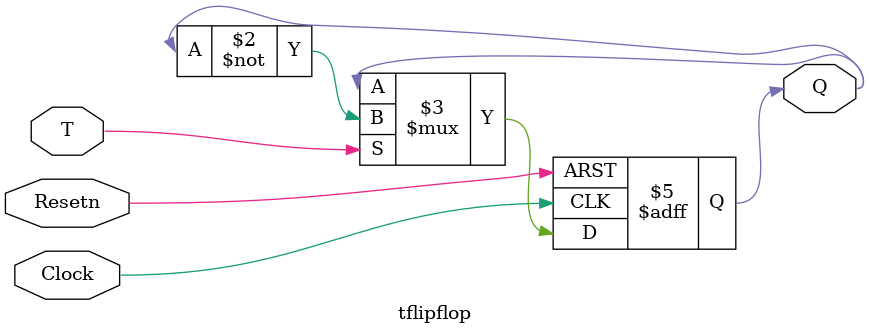
<source format=v>
module tflipflop(T, Clock, Resetn, Q);
input T, Clock, Resetn;
output reg Q;
always @(negedge Clock or posedge Resetn)
begin
    if (Resetn) Q <= 1'b0;
    else if (T) Q <= ~Q;
end
endmodule
</source>
